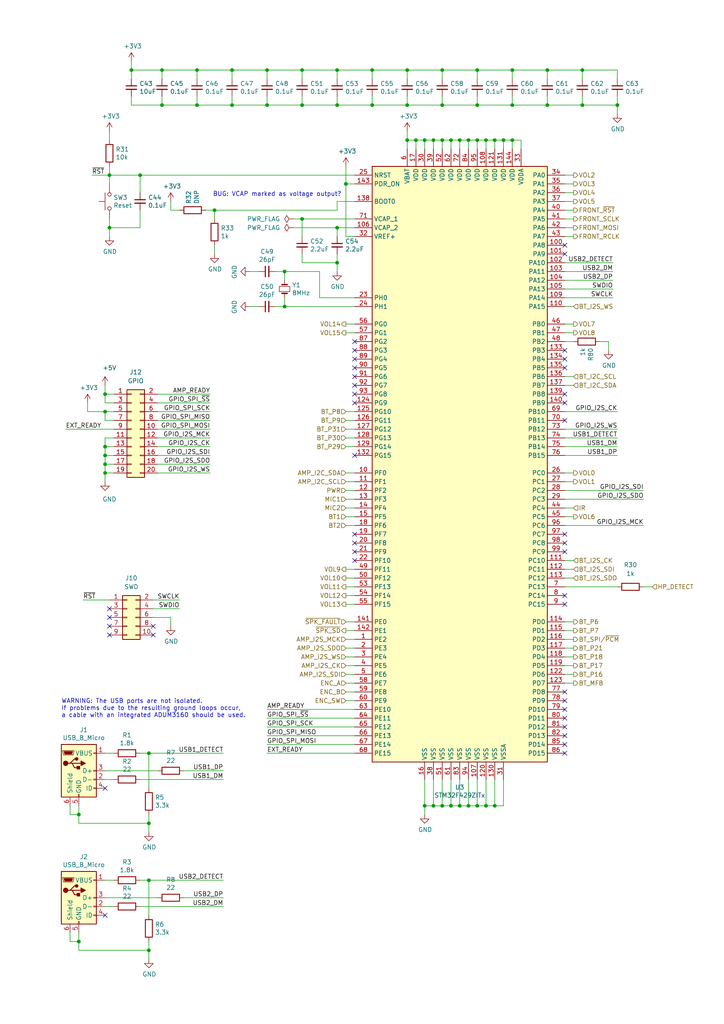
<source format=kicad_sch>
(kicad_sch (version 20201015) (generator eeschema)
  (paper "A4" portrait)
  (junction (at 22.86 236.22) (diameter 0.9144))
  (junction (at 22.86 273.05) (diameter 0.9144))
  (junction (at 30.48 114.3) (diameter 0.9144))
  (junction (at 30.48 119.38) (diameter 0.9144))
  (junction (at 30.48 129.54) (diameter 0.9144))
  (junction (at 30.48 132.08) (diameter 0.9144))
  (junction (at 30.48 134.62) (diameter 0.9144))
  (junction (at 30.48 137.16) (diameter 0.9144))
  (junction (at 31.75 50.8) (diameter 0.9144))
  (junction (at 31.75 66.04) (diameter 0.9144))
  (junction (at 38.1 20.32) (diameter 0.9144))
  (junction (at 40.64 50.8) (diameter 0.9144))
  (junction (at 43.18 218.44) (diameter 0.9144))
  (junction (at 43.18 238.76) (diameter 0.9144))
  (junction (at 43.18 255.27) (diameter 0.9144))
  (junction (at 43.18 275.59) (diameter 0.9144))
  (junction (at 46.99 20.32) (diameter 0.9144))
  (junction (at 46.99 30.48) (diameter 0.9144))
  (junction (at 57.15 20.32) (diameter 0.9144))
  (junction (at 57.15 30.48) (diameter 0.9144))
  (junction (at 62.23 60.96) (diameter 0.9144))
  (junction (at 67.31 20.32) (diameter 0.9144))
  (junction (at 67.31 30.48) (diameter 0.9144))
  (junction (at 77.47 20.32) (diameter 0.9144))
  (junction (at 77.47 30.48) (diameter 0.9144))
  (junction (at 82.55 78.74) (diameter 0.9144))
  (junction (at 82.55 88.9) (diameter 0.9144))
  (junction (at 87.63 20.32) (diameter 0.9144))
  (junction (at 87.63 30.48) (diameter 0.9144))
  (junction (at 87.63 63.5) (diameter 0.9144))
  (junction (at 97.79 20.32) (diameter 0.9144))
  (junction (at 97.79 30.48) (diameter 0.9144))
  (junction (at 97.79 66.04) (diameter 0.9144))
  (junction (at 97.79 76.2) (diameter 0.9144))
  (junction (at 100.33 53.34) (diameter 0.9144))
  (junction (at 107.95 20.32) (diameter 0.9144))
  (junction (at 107.95 30.48) (diameter 0.9144))
  (junction (at 118.11 20.32) (diameter 0.9144))
  (junction (at 118.11 30.48) (diameter 0.9144))
  (junction (at 118.11 40.64) (diameter 0.9144))
  (junction (at 120.65 40.64) (diameter 0.9144))
  (junction (at 123.19 40.64) (diameter 0.9144))
  (junction (at 123.19 233.68) (diameter 0.9144))
  (junction (at 125.73 40.64) (diameter 0.9144))
  (junction (at 125.73 233.68) (diameter 0.9144))
  (junction (at 128.27 20.32) (diameter 0.9144))
  (junction (at 128.27 30.48) (diameter 0.9144))
  (junction (at 128.27 40.64) (diameter 0.9144))
  (junction (at 128.27 233.68) (diameter 0.9144))
  (junction (at 130.81 40.64) (diameter 0.9144))
  (junction (at 130.81 233.68) (diameter 0.9144))
  (junction (at 133.35 40.64) (diameter 0.9144))
  (junction (at 133.35 233.68) (diameter 0.9144))
  (junction (at 135.89 40.64) (diameter 0.9144))
  (junction (at 135.89 233.68) (diameter 0.9144))
  (junction (at 138.43 20.32) (diameter 0.9144))
  (junction (at 138.43 30.48) (diameter 0.9144))
  (junction (at 138.43 40.64) (diameter 0.9144))
  (junction (at 138.43 233.68) (diameter 0.9144))
  (junction (at 140.97 40.64) (diameter 0.9144))
  (junction (at 140.97 233.68) (diameter 0.9144))
  (junction (at 143.51 40.64) (diameter 0.9144))
  (junction (at 143.51 233.68) (diameter 0.9144))
  (junction (at 146.05 40.64) (diameter 0.9144))
  (junction (at 148.59 20.32) (diameter 0.9144))
  (junction (at 148.59 30.48) (diameter 0.9144))
  (junction (at 148.59 40.64) (diameter 0.9144))
  (junction (at 158.75 20.32) (diameter 0.9144))
  (junction (at 158.75 30.48) (diameter 0.9144))
  (junction (at 168.91 20.32) (diameter 0.9144))
  (junction (at 168.91 30.48) (diameter 0.9144))
  (junction (at 179.07 30.48) (diameter 0.9144))
  (no_connect (at 30.48 228.6))
  (no_connect (at 30.48 265.43))
  (no_connect (at 31.75 176.53))
  (no_connect (at 31.75 179.07))
  (no_connect (at 31.75 181.61))
  (no_connect (at 31.75 184.15))
  (no_connect (at 44.45 181.61))
  (no_connect (at 44.45 184.15))
  (no_connect (at 102.87 99.06))
  (no_connect (at 102.87 101.6))
  (no_connect (at 102.87 104.14))
  (no_connect (at 102.87 106.68))
  (no_connect (at 102.87 109.22))
  (no_connect (at 102.87 111.76))
  (no_connect (at 102.87 114.3))
  (no_connect (at 102.87 116.84))
  (no_connect (at 102.87 132.08))
  (no_connect (at 102.87 154.94))
  (no_connect (at 102.87 157.48))
  (no_connect (at 102.87 160.02))
  (no_connect (at 102.87 162.56))
  (no_connect (at 163.83 71.12))
  (no_connect (at 163.83 73.66))
  (no_connect (at 163.83 101.6))
  (no_connect (at 163.83 104.14))
  (no_connect (at 163.83 106.68))
  (no_connect (at 163.83 114.3))
  (no_connect (at 163.83 116.84))
  (no_connect (at 163.83 121.92))
  (no_connect (at 163.83 154.94))
  (no_connect (at 163.83 157.48))
  (no_connect (at 163.83 160.02))
  (no_connect (at 163.83 172.72))
  (no_connect (at 163.83 175.26))
  (no_connect (at 163.83 200.66))
  (no_connect (at 163.83 203.2))
  (no_connect (at 163.83 205.74))
  (no_connect (at 163.83 208.28))
  (no_connect (at 163.83 210.82))
  (no_connect (at 163.83 213.36))
  (no_connect (at 163.83 215.9))
  (no_connect (at 163.83 218.44))
  (wire (pts (xy 19.05 124.46) (xy 33.02 124.46)))
  (wire (pts (xy 20.32 233.68) (xy 20.32 236.22)))
  (wire (pts (xy 20.32 270.51) (xy 20.32 273.05)))
  (wire (pts (xy 22.86 233.68) (xy 22.86 236.22)))
  (wire (pts (xy 22.86 236.22) (xy 20.32 236.22)))
  (wire (pts (xy 22.86 238.76) (xy 22.86 236.22)))
  (wire (pts (xy 22.86 238.76) (xy 43.18 238.76)))
  (wire (pts (xy 22.86 270.51) (xy 22.86 273.05)))
  (wire (pts (xy 22.86 273.05) (xy 20.32 273.05)))
  (wire (pts (xy 22.86 275.59) (xy 22.86 273.05)))
  (wire (pts (xy 22.86 275.59) (xy 43.18 275.59)))
  (wire (pts (xy 24.13 173.99) (xy 31.75 173.99)))
  (wire (pts (xy 25.4 116.84) (xy 25.4 119.38)))
  (wire (pts (xy 25.4 119.38) (xy 30.48 119.38)))
  (wire (pts (xy 26.67 50.8) (xy 31.75 50.8)))
  (wire (pts (xy 30.48 111.76) (xy 30.48 114.3)))
  (wire (pts (xy 30.48 114.3) (xy 33.02 114.3)))
  (wire (pts (xy 30.48 116.84) (xy 30.48 114.3)))
  (wire (pts (xy 30.48 119.38) (xy 30.48 121.92)))
  (wire (pts (xy 30.48 119.38) (xy 33.02 119.38)))
  (wire (pts (xy 30.48 127) (xy 33.02 127)))
  (wire (pts (xy 30.48 129.54) (xy 30.48 127)))
  (wire (pts (xy 30.48 129.54) (xy 33.02 129.54)))
  (wire (pts (xy 30.48 132.08) (xy 30.48 129.54)))
  (wire (pts (xy 30.48 132.08) (xy 33.02 132.08)))
  (wire (pts (xy 30.48 134.62) (xy 30.48 132.08)))
  (wire (pts (xy 30.48 134.62) (xy 33.02 134.62)))
  (wire (pts (xy 30.48 137.16) (xy 30.48 134.62)))
  (wire (pts (xy 30.48 137.16) (xy 33.02 137.16)))
  (wire (pts (xy 30.48 139.7) (xy 30.48 137.16)))
  (wire (pts (xy 30.48 226.06) (xy 33.02 226.06)))
  (wire (pts (xy 30.48 262.89) (xy 33.02 262.89)))
  (wire (pts (xy 31.75 38.1) (xy 31.75 40.64)))
  (wire (pts (xy 31.75 48.26) (xy 31.75 50.8)))
  (wire (pts (xy 31.75 50.8) (xy 31.75 53.34)))
  (wire (pts (xy 31.75 63.5) (xy 31.75 66.04)))
  (wire (pts (xy 31.75 66.04) (xy 40.64 66.04)))
  (wire (pts (xy 31.75 68.58) (xy 31.75 66.04)))
  (wire (pts (xy 33.02 116.84) (xy 30.48 116.84)))
  (wire (pts (xy 33.02 121.92) (xy 30.48 121.92)))
  (wire (pts (xy 33.02 218.44) (xy 30.48 218.44)))
  (wire (pts (xy 33.02 255.27) (xy 30.48 255.27)))
  (wire (pts (xy 38.1 20.32) (xy 38.1 17.78)))
  (wire (pts (xy 38.1 20.32) (xy 38.1 22.86)))
  (wire (pts (xy 38.1 30.48) (xy 38.1 27.94)))
  (wire (pts (xy 40.64 50.8) (xy 31.75 50.8)))
  (wire (pts (xy 40.64 50.8) (xy 102.87 50.8)))
  (wire (pts (xy 40.64 55.88) (xy 40.64 50.8)))
  (wire (pts (xy 40.64 66.04) (xy 40.64 60.96)))
  (wire (pts (xy 40.64 226.06) (xy 64.77 226.06)))
  (wire (pts (xy 40.64 262.89) (xy 64.77 262.89)))
  (wire (pts (xy 43.18 218.44) (xy 40.64 218.44)))
  (wire (pts (xy 43.18 228.6) (xy 43.18 218.44)))
  (wire (pts (xy 43.18 236.22) (xy 43.18 238.76)))
  (wire (pts (xy 43.18 238.76) (xy 43.18 241.3)))
  (wire (pts (xy 43.18 255.27) (xy 40.64 255.27)))
  (wire (pts (xy 43.18 265.43) (xy 43.18 255.27)))
  (wire (pts (xy 43.18 273.05) (xy 43.18 275.59)))
  (wire (pts (xy 43.18 275.59) (xy 43.18 278.13)))
  (wire (pts (xy 44.45 173.99) (xy 52.07 173.99)))
  (wire (pts (xy 44.45 176.53) (xy 52.07 176.53)))
  (wire (pts (xy 45.72 114.3) (xy 60.96 114.3)))
  (wire (pts (xy 45.72 116.84) (xy 60.96 116.84)))
  (wire (pts (xy 45.72 119.38) (xy 60.96 119.38)))
  (wire (pts (xy 45.72 121.92) (xy 60.96 121.92)))
  (wire (pts (xy 45.72 124.46) (xy 60.96 124.46)))
  (wire (pts (xy 45.72 127) (xy 60.96 127)))
  (wire (pts (xy 45.72 129.54) (xy 60.96 129.54)))
  (wire (pts (xy 45.72 132.08) (xy 60.96 132.08)))
  (wire (pts (xy 45.72 134.62) (xy 60.96 134.62)))
  (wire (pts (xy 45.72 137.16) (xy 60.96 137.16)))
  (wire (pts (xy 45.72 223.52) (xy 30.48 223.52)))
  (wire (pts (xy 45.72 260.35) (xy 30.48 260.35)))
  (wire (pts (xy 46.99 20.32) (xy 38.1 20.32)))
  (wire (pts (xy 46.99 20.32) (xy 46.99 22.86)))
  (wire (pts (xy 46.99 20.32) (xy 57.15 20.32)))
  (wire (pts (xy 46.99 30.48) (xy 38.1 30.48)))
  (wire (pts (xy 46.99 30.48) (xy 46.99 27.94)))
  (wire (pts (xy 49.53 60.96) (xy 49.53 58.42)))
  (wire (pts (xy 49.53 179.07) (xy 44.45 179.07)))
  (wire (pts (xy 49.53 181.61) (xy 49.53 179.07)))
  (wire (pts (xy 52.07 60.96) (xy 49.53 60.96)))
  (wire (pts (xy 53.34 223.52) (xy 64.77 223.52)))
  (wire (pts (xy 53.34 260.35) (xy 64.77 260.35)))
  (wire (pts (xy 57.15 20.32) (xy 57.15 22.86)))
  (wire (pts (xy 57.15 20.32) (xy 67.31 20.32)))
  (wire (pts (xy 57.15 27.94) (xy 57.15 30.48)))
  (wire (pts (xy 57.15 30.48) (xy 46.99 30.48)))
  (wire (pts (xy 62.23 60.96) (xy 59.69 60.96)))
  (wire (pts (xy 62.23 60.96) (xy 62.23 63.5)))
  (wire (pts (xy 62.23 71.12) (xy 62.23 73.66)))
  (wire (pts (xy 64.77 218.44) (xy 43.18 218.44)))
  (wire (pts (xy 64.77 255.27) (xy 43.18 255.27)))
  (wire (pts (xy 67.31 20.32) (xy 67.31 22.86)))
  (wire (pts (xy 67.31 20.32) (xy 77.47 20.32)))
  (wire (pts (xy 67.31 27.94) (xy 67.31 30.48)))
  (wire (pts (xy 67.31 30.48) (xy 57.15 30.48)))
  (wire (pts (xy 72.39 78.74) (xy 74.93 78.74)))
  (wire (pts (xy 72.39 88.9) (xy 74.93 88.9)))
  (wire (pts (xy 77.47 20.32) (xy 77.47 22.86)))
  (wire (pts (xy 77.47 20.32) (xy 87.63 20.32)))
  (wire (pts (xy 77.47 27.94) (xy 77.47 30.48)))
  (wire (pts (xy 77.47 30.48) (xy 67.31 30.48)))
  (wire (pts (xy 77.47 218.44) (xy 102.87 218.44)))
  (wire (pts (xy 80.01 78.74) (xy 82.55 78.74)))
  (wire (pts (xy 80.01 88.9) (xy 82.55 88.9)))
  (wire (pts (xy 82.55 78.74) (xy 82.55 81.28)))
  (wire (pts (xy 82.55 86.36) (xy 82.55 88.9)))
  (wire (pts (xy 82.55 88.9) (xy 102.87 88.9)))
  (wire (pts (xy 85.09 63.5) (xy 87.63 63.5)))
  (wire (pts (xy 85.09 66.04) (xy 97.79 66.04)))
  (wire (pts (xy 87.63 20.32) (xy 87.63 22.86)))
  (wire (pts (xy 87.63 20.32) (xy 97.79 20.32)))
  (wire (pts (xy 87.63 27.94) (xy 87.63 30.48)))
  (wire (pts (xy 87.63 30.48) (xy 77.47 30.48)))
  (wire (pts (xy 87.63 63.5) (xy 87.63 68.58)))
  (wire (pts (xy 87.63 76.2) (xy 87.63 73.66)))
  (wire (pts (xy 92.71 78.74) (xy 82.55 78.74)))
  (wire (pts (xy 92.71 86.36) (xy 92.71 78.74)))
  (wire (pts (xy 97.79 20.32) (xy 97.79 22.86)))
  (wire (pts (xy 97.79 20.32) (xy 107.95 20.32)))
  (wire (pts (xy 97.79 27.94) (xy 97.79 30.48)))
  (wire (pts (xy 97.79 30.48) (xy 87.63 30.48)))
  (wire (pts (xy 97.79 58.42) (xy 97.79 60.96)))
  (wire (pts (xy 97.79 60.96) (xy 62.23 60.96)))
  (wire (pts (xy 97.79 66.04) (xy 97.79 68.58)))
  (wire (pts (xy 97.79 73.66) (xy 97.79 76.2)))
  (wire (pts (xy 97.79 76.2) (xy 87.63 76.2)))
  (wire (pts (xy 97.79 76.2) (xy 97.79 78.74)))
  (wire (pts (xy 100.33 48.26) (xy 100.33 53.34)))
  (wire (pts (xy 100.33 53.34) (xy 100.33 68.58)))
  (wire (pts (xy 100.33 53.34) (xy 102.87 53.34)))
  (wire (pts (xy 100.33 68.58) (xy 102.87 68.58)))
  (wire (pts (xy 100.33 93.98) (xy 102.87 93.98)))
  (wire (pts (xy 100.33 96.52) (xy 102.87 96.52)))
  (wire (pts (xy 100.33 119.38) (xy 102.87 119.38)))
  (wire (pts (xy 100.33 121.92) (xy 102.87 121.92)))
  (wire (pts (xy 100.33 139.7) (xy 102.87 139.7)))
  (wire (pts (xy 100.33 165.1) (xy 102.87 165.1)))
  (wire (pts (xy 100.33 167.64) (xy 102.87 167.64)))
  (wire (pts (xy 100.33 170.18) (xy 102.87 170.18)))
  (wire (pts (xy 100.33 172.72) (xy 102.87 172.72)))
  (wire (pts (xy 100.33 175.26) (xy 102.87 175.26)))
  (wire (pts (xy 100.33 180.34) (xy 102.87 180.34)))
  (wire (pts (xy 100.33 182.88) (xy 102.87 182.88)))
  (wire (pts (xy 100.33 185.42) (xy 102.87 185.42)))
  (wire (pts (xy 100.33 190.5) (xy 102.87 190.5)))
  (wire (pts (xy 100.33 195.58) (xy 102.87 195.58)))
  (wire (pts (xy 102.87 58.42) (xy 97.79 58.42)))
  (wire (pts (xy 102.87 63.5) (xy 87.63 63.5)))
  (wire (pts (xy 102.87 66.04) (xy 97.79 66.04)))
  (wire (pts (xy 102.87 86.36) (xy 92.71 86.36)))
  (wire (pts (xy 102.87 124.46) (xy 100.33 124.46)))
  (wire (pts (xy 102.87 127) (xy 100.33 127)))
  (wire (pts (xy 102.87 129.54) (xy 100.33 129.54)))
  (wire (pts (xy 102.87 137.16) (xy 100.33 137.16)))
  (wire (pts (xy 102.87 142.24) (xy 100.33 142.24)))
  (wire (pts (xy 102.87 144.78) (xy 100.33 144.78)))
  (wire (pts (xy 102.87 147.32) (xy 100.33 147.32)))
  (wire (pts (xy 102.87 149.86) (xy 100.33 149.86)))
  (wire (pts (xy 102.87 152.4) (xy 100.33 152.4)))
  (wire (pts (xy 102.87 187.96) (xy 100.33 187.96)))
  (wire (pts (xy 102.87 193.04) (xy 100.33 193.04)))
  (wire (pts (xy 102.87 198.12) (xy 100.33 198.12)))
  (wire (pts (xy 102.87 200.66) (xy 100.33 200.66)))
  (wire (pts (xy 102.87 203.2) (xy 100.33 203.2)))
  (wire (pts (xy 102.87 205.74) (xy 77.47 205.74)))
  (wire (pts (xy 102.87 208.28) (xy 77.47 208.28)))
  (wire (pts (xy 102.87 210.82) (xy 77.47 210.82)))
  (wire (pts (xy 102.87 213.36) (xy 77.47 213.36)))
  (wire (pts (xy 102.87 215.9) (xy 77.47 215.9)))
  (wire (pts (xy 107.95 20.32) (xy 107.95 22.86)))
  (wire (pts (xy 107.95 20.32) (xy 118.11 20.32)))
  (wire (pts (xy 107.95 27.94) (xy 107.95 30.48)))
  (wire (pts (xy 107.95 30.48) (xy 97.79 30.48)))
  (wire (pts (xy 118.11 20.32) (xy 118.11 22.86)))
  (wire (pts (xy 118.11 20.32) (xy 128.27 20.32)))
  (wire (pts (xy 118.11 27.94) (xy 118.11 30.48)))
  (wire (pts (xy 118.11 30.48) (xy 107.95 30.48)))
  (wire (pts (xy 118.11 38.1) (xy 118.11 40.64)))
  (wire (pts (xy 118.11 40.64) (xy 118.11 43.18)))
  (wire (pts (xy 120.65 40.64) (xy 118.11 40.64)))
  (wire (pts (xy 120.65 43.18) (xy 120.65 40.64)))
  (wire (pts (xy 123.19 40.64) (xy 120.65 40.64)))
  (wire (pts (xy 123.19 43.18) (xy 123.19 40.64)))
  (wire (pts (xy 123.19 226.06) (xy 123.19 233.68)))
  (wire (pts (xy 123.19 233.68) (xy 123.19 236.22)))
  (wire (pts (xy 123.19 233.68) (xy 125.73 233.68)))
  (wire (pts (xy 125.73 40.64) (xy 123.19 40.64)))
  (wire (pts (xy 125.73 43.18) (xy 125.73 40.64)))
  (wire (pts (xy 125.73 226.06) (xy 125.73 233.68)))
  (wire (pts (xy 125.73 233.68) (xy 128.27 233.68)))
  (wire (pts (xy 128.27 20.32) (xy 128.27 22.86)))
  (wire (pts (xy 128.27 20.32) (xy 138.43 20.32)))
  (wire (pts (xy 128.27 27.94) (xy 128.27 30.48)))
  (wire (pts (xy 128.27 30.48) (xy 118.11 30.48)))
  (wire (pts (xy 128.27 40.64) (xy 125.73 40.64)))
  (wire (pts (xy 128.27 43.18) (xy 128.27 40.64)))
  (wire (pts (xy 128.27 226.06) (xy 128.27 233.68)))
  (wire (pts (xy 128.27 233.68) (xy 130.81 233.68)))
  (wire (pts (xy 130.81 40.64) (xy 128.27 40.64)))
  (wire (pts (xy 130.81 43.18) (xy 130.81 40.64)))
  (wire (pts (xy 130.81 226.06) (xy 130.81 233.68)))
  (wire (pts (xy 130.81 233.68) (xy 133.35 233.68)))
  (wire (pts (xy 133.35 40.64) (xy 130.81 40.64)))
  (wire (pts (xy 133.35 43.18) (xy 133.35 40.64)))
  (wire (pts (xy 133.35 226.06) (xy 133.35 233.68)))
  (wire (pts (xy 133.35 233.68) (xy 135.89 233.68)))
  (wire (pts (xy 135.89 40.64) (xy 133.35 40.64)))
  (wire (pts (xy 135.89 43.18) (xy 135.89 40.64)))
  (wire (pts (xy 135.89 226.06) (xy 135.89 233.68)))
  (wire (pts (xy 135.89 233.68) (xy 138.43 233.68)))
  (wire (pts (xy 138.43 20.32) (xy 138.43 22.86)))
  (wire (pts (xy 138.43 20.32) (xy 148.59 20.32)))
  (wire (pts (xy 138.43 27.94) (xy 138.43 30.48)))
  (wire (pts (xy 138.43 30.48) (xy 128.27 30.48)))
  (wire (pts (xy 138.43 40.64) (xy 135.89 40.64)))
  (wire (pts (xy 138.43 43.18) (xy 138.43 40.64)))
  (wire (pts (xy 138.43 226.06) (xy 138.43 233.68)))
  (wire (pts (xy 138.43 233.68) (xy 140.97 233.68)))
  (wire (pts (xy 140.97 40.64) (xy 138.43 40.64)))
  (wire (pts (xy 140.97 43.18) (xy 140.97 40.64)))
  (wire (pts (xy 140.97 233.68) (xy 140.97 226.06)))
  (wire (pts (xy 140.97 233.68) (xy 143.51 233.68)))
  (wire (pts (xy 143.51 40.64) (xy 140.97 40.64)))
  (wire (pts (xy 143.51 43.18) (xy 143.51 40.64)))
  (wire (pts (xy 143.51 226.06) (xy 143.51 233.68)))
  (wire (pts (xy 143.51 233.68) (xy 146.05 233.68)))
  (wire (pts (xy 146.05 40.64) (xy 143.51 40.64)))
  (wire (pts (xy 146.05 43.18) (xy 146.05 40.64)))
  (wire (pts (xy 146.05 233.68) (xy 146.05 226.06)))
  (wire (pts (xy 148.59 20.32) (xy 148.59 22.86)))
  (wire (pts (xy 148.59 20.32) (xy 158.75 20.32)))
  (wire (pts (xy 148.59 27.94) (xy 148.59 30.48)))
  (wire (pts (xy 148.59 30.48) (xy 138.43 30.48)))
  (wire (pts (xy 148.59 40.64) (xy 146.05 40.64)))
  (wire (pts (xy 148.59 43.18) (xy 148.59 40.64)))
  (wire (pts (xy 151.13 40.64) (xy 148.59 40.64)))
  (wire (pts (xy 151.13 43.18) (xy 151.13 40.64)))
  (wire (pts (xy 158.75 20.32) (xy 158.75 22.86)))
  (wire (pts (xy 158.75 20.32) (xy 168.91 20.32)))
  (wire (pts (xy 158.75 27.94) (xy 158.75 30.48)))
  (wire (pts (xy 158.75 30.48) (xy 148.59 30.48)))
  (wire (pts (xy 163.83 58.42) (xy 166.37 58.42)))
  (wire (pts (xy 163.83 83.82) (xy 177.8 83.82)))
  (wire (pts (xy 163.83 86.36) (xy 177.8 86.36)))
  (wire (pts (xy 163.83 93.98) (xy 166.37 93.98)))
  (wire (pts (xy 163.83 99.06) (xy 166.37 99.06)))
  (wire (pts (xy 163.83 111.76) (xy 166.37 111.76)))
  (wire (pts (xy 163.83 119.38) (xy 179.07 119.38)))
  (wire (pts (xy 163.83 124.46) (xy 179.07 124.46)))
  (wire (pts (xy 163.83 142.24) (xy 186.69 142.24)))
  (wire (pts (xy 163.83 144.78) (xy 186.69 144.78)))
  (wire (pts (xy 163.83 149.86) (xy 166.37 149.86)))
  (wire (pts (xy 163.83 152.4) (xy 186.69 152.4)))
  (wire (pts (xy 163.83 165.1) (xy 166.37 165.1)))
  (wire (pts (xy 163.83 187.96) (xy 166.37 187.96)))
  (wire (pts (xy 163.83 190.5) (xy 166.37 190.5)))
  (wire (pts (xy 163.83 193.04) (xy 166.37 193.04)))
  (wire (pts (xy 163.83 195.58) (xy 166.37 195.58)))
  (wire (pts (xy 163.83 198.12) (xy 166.37 198.12)))
  (wire (pts (xy 166.37 50.8) (xy 163.83 50.8)))
  (wire (pts (xy 166.37 53.34) (xy 163.83 53.34)))
  (wire (pts (xy 166.37 55.88) (xy 163.83 55.88)))
  (wire (pts (xy 166.37 60.96) (xy 163.83 60.96)))
  (wire (pts (xy 166.37 63.5) (xy 163.83 63.5)))
  (wire (pts (xy 166.37 66.04) (xy 163.83 66.04)))
  (wire (pts (xy 166.37 68.58) (xy 163.83 68.58)))
  (wire (pts (xy 166.37 88.9) (xy 163.83 88.9)))
  (wire (pts (xy 166.37 96.52) (xy 163.83 96.52)))
  (wire (pts (xy 166.37 109.22) (xy 163.83 109.22)))
  (wire (pts (xy 166.37 137.16) (xy 163.83 137.16)))
  (wire (pts (xy 166.37 139.7) (xy 163.83 139.7)))
  (wire (pts (xy 166.37 147.32) (xy 163.83 147.32)))
  (wire (pts (xy 166.37 162.56) (xy 163.83 162.56)))
  (wire (pts (xy 166.37 167.64) (xy 163.83 167.64)))
  (wire (pts (xy 166.37 180.34) (xy 163.83 180.34)))
  (wire (pts (xy 166.37 182.88) (xy 163.83 182.88)))
  (wire (pts (xy 166.37 185.42) (xy 163.83 185.42)))
  (wire (pts (xy 168.91 20.32) (xy 168.91 22.86)))
  (wire (pts (xy 168.91 20.32) (xy 179.07 20.32)))
  (wire (pts (xy 168.91 27.94) (xy 168.91 30.48)))
  (wire (pts (xy 168.91 30.48) (xy 158.75 30.48)))
  (wire (pts (xy 176.53 99.06) (xy 173.99 99.06)))
  (wire (pts (xy 176.53 101.6) (xy 176.53 99.06)))
  (wire (pts (xy 177.8 76.2) (xy 163.83 76.2)))
  (wire (pts (xy 177.8 78.74) (xy 163.83 78.74)))
  (wire (pts (xy 177.8 81.28) (xy 163.83 81.28)))
  (wire (pts (xy 179.07 20.32) (xy 179.07 22.86)))
  (wire (pts (xy 179.07 27.94) (xy 179.07 30.48)))
  (wire (pts (xy 179.07 30.48) (xy 168.91 30.48)))
  (wire (pts (xy 179.07 30.48) (xy 179.07 33.02)))
  (wire (pts (xy 179.07 127) (xy 163.83 127)))
  (wire (pts (xy 179.07 129.54) (xy 163.83 129.54)))
  (wire (pts (xy 179.07 132.08) (xy 163.83 132.08)))
  (wire (pts (xy 179.07 170.18) (xy 163.83 170.18)))
  (wire (pts (xy 189.23 170.18) (xy 186.69 170.18)))
  (text "WARNING: The USB ports are not isolated.\nIf problems due to the resulting ground loops occur,\na cable with an integrated ADUM3160 should be used." (at 17.78 208.28 0) (effects (font (size 1.27 1.27)) (justify left bottom)))
  (text "BUG: VCAP marked as voltage output?" (at 99.06 57.15 180) (effects (font (size 1.27 1.27)) (justify right bottom)))
  (label "EXT_READY" (at 19.05 124.46 0))
  (label "~RST" (at 24.13 173.99 0))
  (label "~RST" (at 26.67 50.8 0))
  (label "SWCLK" (at 52.07 173.99 180))
  (label "SWDIO" (at 52.07 176.53 180))
  (label "AMP_READY" (at 60.96 114.3 180))
  (label "GPIO_SPI_~SS" (at 60.96 116.84 180))
  (label "GPIO_SPI_SCK" (at 60.96 119.38 180))
  (label "GPIO_SPI_MISO" (at 60.96 121.92 180))
  (label "GPIO_SPI_MOSI" (at 60.96 124.46 180))
  (label "GPIO_I2S_MCK" (at 60.96 127 180))
  (label "GPIO_I2S_CK" (at 60.96 129.54 180))
  (label "GPIO_I2S_SDI" (at 60.96 132.08 180))
  (label "GPIO_I2S_SDO" (at 60.96 134.62 180))
  (label "GPIO_I2S_WS" (at 60.96 137.16 180))
  (label "USB1_DETECT" (at 64.77 218.44 180))
  (label "USB1_DP" (at 64.77 223.52 180))
  (label "USB1_DM" (at 64.77 226.06 180))
  (label "USB2_DETECT" (at 64.77 255.27 180))
  (label "USB2_DP" (at 64.77 260.35 180))
  (label "USB2_DM" (at 64.77 262.89 180))
  (label "AMP_READY" (at 77.47 205.74 0))
  (label "GPIO_SPI_~SS" (at 77.47 208.28 0))
  (label "GPIO_SPI_SCK" (at 77.47 210.82 0))
  (label "GPIO_SPI_MISO" (at 77.47 213.36 0))
  (label "GPIO_SPI_MOSI" (at 77.47 215.9 0))
  (label "EXT_READY" (at 77.47 218.44 0))
  (label "USB2_DETECT" (at 177.8 76.2 180))
  (label "USB2_DM" (at 177.8 78.74 180))
  (label "USB2_DP" (at 177.8 81.28 180))
  (label "SWDIO" (at 177.8 83.82 180))
  (label "SWCLK" (at 177.8 86.36 180))
  (label "GPIO_I2S_CK" (at 179.07 119.38 180))
  (label "GPIO_I2S_WS" (at 179.07 124.46 180))
  (label "USB1_DETECT" (at 179.07 127 180))
  (label "USB1_DM" (at 179.07 129.54 180))
  (label "USB1_DP" (at 179.07 132.08 180))
  (label "GPIO_I2S_SDI" (at 186.69 142.24 180))
  (label "GPIO_I2S_SDO" (at 186.69 144.78 180))
  (label "GPIO_I2S_MCK" (at 186.69 152.4 180))
  (hierarchical_label "VOL14" (shape output) (at 100.33 93.98 180))
  (hierarchical_label "VOL15" (shape output) (at 100.33 96.52 180))
  (hierarchical_label "BT_P8" (shape input) (at 100.33 119.38 180))
  (hierarchical_label "BT_P9" (shape input) (at 100.33 121.92 180))
  (hierarchical_label "BT_P31" (shape input) (at 100.33 124.46 180))
  (hierarchical_label "BT_P30" (shape input) (at 100.33 127 180))
  (hierarchical_label "BT_P29" (shape input) (at 100.33 129.54 180))
  (hierarchical_label "AMP_I2C_SDA" (shape input) (at 100.33 137.16 180))
  (hierarchical_label "AMP_I2C_SCL" (shape input) (at 100.33 139.7 180))
  (hierarchical_label "PWR" (shape input) (at 100.33 142.24 180))
  (hierarchical_label "MIC1" (shape input) (at 100.33 144.78 180))
  (hierarchical_label "MIC2" (shape input) (at 100.33 147.32 180))
  (hierarchical_label "BT1" (shape input) (at 100.33 149.86 180))
  (hierarchical_label "BT2" (shape input) (at 100.33 152.4 180))
  (hierarchical_label "VOL9" (shape output) (at 100.33 165.1 180))
  (hierarchical_label "VOL10" (shape output) (at 100.33 167.64 180))
  (hierarchical_label "VOL11" (shape output) (at 100.33 170.18 180))
  (hierarchical_label "VOL12" (shape output) (at 100.33 172.72 180))
  (hierarchical_label "VOL13" (shape output) (at 100.33 175.26 180))
  (hierarchical_label "~SPK_FAULT" (shape input) (at 100.33 180.34 180))
  (hierarchical_label "~SPK_SD" (shape output) (at 100.33 182.88 180))
  (hierarchical_label "AMP_I2S_MCK" (shape input) (at 100.33 185.42 180))
  (hierarchical_label "AMP_I2S_SDO" (shape input) (at 100.33 187.96 180))
  (hierarchical_label "AMP_I2S_WS" (shape input) (at 100.33 190.5 180))
  (hierarchical_label "AMP_I2S_CK" (shape input) (at 100.33 193.04 180))
  (hierarchical_label "AMP_I2S_SDI" (shape input) (at 100.33 195.58 180))
  (hierarchical_label "ENC_A" (shape input) (at 100.33 198.12 180))
  (hierarchical_label "ENC_B" (shape input) (at 100.33 200.66 180))
  (hierarchical_label "ENC_SW" (shape input) (at 100.33 203.2 180))
  (hierarchical_label "VOL2" (shape output) (at 166.37 50.8 0))
  (hierarchical_label "VOL3" (shape output) (at 166.37 53.34 0))
  (hierarchical_label "VOL4" (shape output) (at 166.37 55.88 0))
  (hierarchical_label "VOL5" (shape output) (at 166.37 58.42 0))
  (hierarchical_label "FRONT_~RST" (shape output) (at 166.37 60.96 0))
  (hierarchical_label "FRONT_SCLK" (shape output) (at 166.37 63.5 0))
  (hierarchical_label "FRONT_MOSI" (shape output) (at 166.37 66.04 0))
  (hierarchical_label "FRONT_RCLK" (shape output) (at 166.37 68.58 0))
  (hierarchical_label "BT_I2S_WS" (shape input) (at 166.37 88.9 0))
  (hierarchical_label "VOL7" (shape output) (at 166.37 93.98 0))
  (hierarchical_label "VOL8" (shape output) (at 166.37 96.52 0))
  (hierarchical_label "BT_I2C_SCL" (shape input) (at 166.37 109.22 0))
  (hierarchical_label "BT_I2C_SDA" (shape input) (at 166.37 111.76 0))
  (hierarchical_label "VOL0" (shape output) (at 166.37 137.16 0))
  (hierarchical_label "VOL1" (shape output) (at 166.37 139.7 0))
  (hierarchical_label "IR" (shape input) (at 166.37 147.32 0))
  (hierarchical_label "VOL6" (shape output) (at 166.37 149.86 0))
  (hierarchical_label "BT_I2S_CK" (shape input) (at 166.37 162.56 0))
  (hierarchical_label "BT_I2S_SDI" (shape input) (at 166.37 165.1 0))
  (hierarchical_label "BT_I2S_SDO" (shape input) (at 166.37 167.64 0))
  (hierarchical_label "BT_P6" (shape output) (at 166.37 180.34 0))
  (hierarchical_label "BT_P7" (shape output) (at 166.37 182.88 0))
  (hierarchical_label "BT_SPI{slash}~PCM" (shape output) (at 166.37 185.42 0))
  (hierarchical_label "BT_P21" (shape output) (at 166.37 187.96 0))
  (hierarchical_label "BT_P18" (shape output) (at 166.37 190.5 0))
  (hierarchical_label "BT_P17" (shape output) (at 166.37 193.04 0))
  (hierarchical_label "BT_P16" (shape output) (at 166.37 195.58 0))
  (hierarchical_label "BT_MFB" (shape output) (at 166.37 198.12 0))
  (hierarchical_label "HP_DETECT" (shape input) (at 189.23 170.18 0))
  (symbol (lib_id "power:PWR_FLAG") (at 85.09 63.5 90) (unit 1)
    (property "Reference" "#FLG0102" (effects hide))
    (property "Value" "PWR_FLAG" (at 81.28 63.5 90) (effects (justify left)))
  )
  (symbol (lib_id "power:PWR_FLAG") (at 85.09 66.04 90) (unit 1)
    (property "Reference" "#FLG0105" (effects hide))
    (property "Value" "PWR_FLAG" (at 81.28 66.04 90) (effects (justify left)))
  )
  (symbol (lib_id "power:+3.3V") (at 25.4 116.84 0) (unit 1)
    (property "Reference" "#PWR0232" (effects hide))
    (property "Value" "+3.3V" (at 25.781 112.4458 0))
  )
  (symbol (lib_id "power:+5V") (at 30.48 111.76 0) (unit 1)
    (property "Reference" "#PWR0231" (effects hide))
    (property "Value" "+5V" (at 31.75 106.68 0))
  )
  (symbol (lib_id "power:+3.3V") (at 31.75 38.1 0) (unit 1)
    (property "Reference" "#PWR0170" (effects hide))
    (property "Value" "+3.3V" (at 32.131 33.7058 0))
  )
  (symbol (lib_id "power:+3.3V") (at 38.1 17.78 0) (unit 1)
    (property "Reference" "#PWR0169" (effects hide))
    (property "Value" "+3.3V" (at 38.481 13.3858 0))
  )
  (symbol (lib_id "power:+3.3V") (at 49.53 58.42 0) (unit 1)
    (property "Reference" "#PWR0171" (effects hide))
    (property "Value" "+3.3V" (at 49.911 54.0258 0))
  )
  (symbol (lib_id "power:+3.3V") (at 100.33 48.26 0) (unit 1)
    (property "Reference" "#PWR0166" (effects hide))
    (property "Value" "+3.3V" (at 100.711 43.8658 0))
  )
  (symbol (lib_id "power:+3.3V") (at 118.11 38.1 0) (unit 1)
    (property "Reference" "#PWR0102" (effects hide))
    (property "Value" "+3.3V" (at 118.491 33.7058 0))
  )
  (symbol (lib_id "power:GND") (at 30.48 139.7 0) (unit 1)
    (property "Reference" "#PWR0230" (effects hide))
    (property "Value" "GND" (at 31.75 144.78 0))
  )
  (symbol (lib_id "power:GND") (at 31.75 68.58 0) (unit 1)
    (property "Reference" "#PWR0172" (effects hide))
    (property "Value" "GND" (at 31.877 72.9742 0))
  )
  (symbol (lib_id "power:GND") (at 43.18 241.3 0) (unit 1)
    (property "Reference" "#PWR0104" (effects hide))
    (property "Value" "GND" (at 43.307 245.6942 0))
  )
  (symbol (lib_id "power:GND") (at 43.18 278.13 0) (unit 1)
    (property "Reference" "#PWR0106" (effects hide))
    (property "Value" "GND" (at 43.307 282.5242 0))
  )
  (symbol (lib_id "power:GND") (at 49.53 181.61 0) (unit 1)
    (property "Reference" "#PWR0173" (effects hide))
    (property "Value" "GND" (at 49.657 186.0042 0))
  )
  (symbol (lib_id "power:GND") (at 62.23 73.66 0) (unit 1)
    (property "Reference" "#PWR0167" (effects hide))
    (property "Value" "GND" (at 62.357 78.0542 0))
  )
  (symbol (lib_id "power:GND") (at 72.39 78.74 270) (unit 1)
    (property "Reference" "#PWR0164" (effects hide))
    (property "Value" "GND" (at 67.9958 78.867 0))
  )
  (symbol (lib_id "power:GND") (at 72.39 88.9 270) (unit 1)
    (property "Reference" "#PWR0165" (effects hide))
    (property "Value" "GND" (at 67.9958 89.027 0))
  )
  (symbol (lib_id "power:GND") (at 97.79 78.74 0) (unit 1)
    (property "Reference" "#PWR0163" (effects hide))
    (property "Value" "GND" (at 97.917 83.1342 0))
  )
  (symbol (lib_id "power:GND") (at 123.19 236.22 0) (unit 1)
    (property "Reference" "#PWR0101" (effects hide))
    (property "Value" "GND" (at 123.317 240.6142 0))
  )
  (symbol (lib_id "power:GND") (at 176.53 101.6 0) (unit 1)
    (property "Reference" "#PWR0233" (effects hide))
    (property "Value" "GND" (at 176.657 105.9942 0))
  )
  (symbol (lib_id "power:GND") (at 179.07 33.02 0) (unit 1)
    (property "Reference" "#PWR0168" (effects hide))
    (property "Value" "GND" (at 179.197 37.4142 0))
  )
  (symbol (lib_id "Device:Crystal_Small") (at 82.55 83.82 90) (unit 1)
    (property "Reference" "Y1" (at 84.7091 82.6706 90) (effects (justify right)))
    (property "Value" "8MHz" (at 84.709 84.969 90) (effects (justify right)))
    (property "Footprint" "Crystal:Crystal_SMD_HC49-SD" (effects hide))
    (property "Mouser" "774-ATS080BSM-1" (effects hide))
    (property "Part Name" "CTS ATS080BSM-1" (effects hide))
  )
  (symbol (lib_id "Device:R") (at 31.75 44.45 0) (unit 1)
    (property "Reference" "R31" (at 33.5281 43.3006 0) (effects (justify left)))
    (property "Value" "10k" (at 33.528 45.599 0) (effects (justify left)))
    (property "Footprint" "Resistor_SMD:R_0603_1608Metric" (effects hide))
    (property "Mouser" "652-CR0603FX-1002ELF" (effects hide))
    (property "Part Name" "Bourns CR0603-FX-1002ELF" (effects hide))
  )
  (symbol (lib_id "Device:R") (at 36.83 218.44 270) (unit 1)
    (property "Reference" "R1" (at 36.83 213.1822 90))
    (property "Value" "1.8k" (at 36.83 215.4936 90))
    (property "Footprint" "Resistor_SMD:R_0603_1608Metric" (effects hide))
  )
  (symbol (lib_id "Device:R") (at 36.83 226.06 270) (unit 1)
    (property "Reference" "R2" (at 36.83 220.8022 90))
    (property "Value" "22" (at 36.83 223.1136 90))
    (property "Footprint" "Resistor_SMD:R_0603_1608Metric" (effects hide))
  )
  (symbol (lib_id "Device:R") (at 36.83 255.27 270) (unit 1)
    (property "Reference" "R3" (at 36.83 250.0122 90))
    (property "Value" "1.8k" (at 36.83 252.3236 90))
    (property "Footprint" "Resistor_SMD:R_0603_1608Metric" (effects hide))
  )
  (symbol (lib_id "Device:R") (at 36.83 262.89 270) (unit 1)
    (property "Reference" "R4" (at 36.83 257.6322 90))
    (property "Value" "22" (at 36.83 259.9436 90))
    (property "Footprint" "Resistor_SMD:R_0603_1608Metric" (effects hide))
  )
  (symbol (lib_id "Device:R") (at 43.18 232.41 0) (unit 1)
    (property "Reference" "R5" (at 44.958 231.2416 0) (effects (justify left)))
    (property "Value" "3.3k" (at 44.958 233.553 0) (effects (justify left)))
    (property "Footprint" "Resistor_SMD:R_0603_1608Metric" (effects hide))
  )
  (symbol (lib_id "Device:R") (at 43.18 269.24 0) (unit 1)
    (property "Reference" "R6" (at 44.958 268.0716 0) (effects (justify left)))
    (property "Value" "3.3k" (at 44.958 270.383 0) (effects (justify left)))
    (property "Footprint" "Resistor_SMD:R_0603_1608Metric" (effects hide))
  )
  (symbol (lib_id "Device:R") (at 49.53 223.52 270) (unit 1)
    (property "Reference" "R7" (at 49.53 218.2622 90))
    (property "Value" "22" (at 49.53 220.5736 90))
    (property "Footprint" "Resistor_SMD:R_0603_1608Metric" (effects hide))
  )
  (symbol (lib_id "Device:R") (at 49.53 260.35 270) (unit 1)
    (property "Reference" "R8" (at 49.53 255.0922 90))
    (property "Value" "22" (at 49.53 257.4036 90))
    (property "Footprint" "Resistor_SMD:R_0603_1608Metric" (effects hide))
  )
  (symbol (lib_id "Device:R") (at 55.88 60.96 90) (unit 1)
    (property "Reference" "R32" (at 54.7306 59.1819 0) (effects (justify left)))
    (property "Value" "DNP" (at 57.029 59.182 0) (effects (justify left)))
    (property "Footprint" "Resistor_SMD:R_0603_1608Metric" (effects hide))
  )
  (symbol (lib_id "Device:R") (at 62.23 67.31 0) (unit 1)
    (property "Reference" "R33" (at 64.0081 66.1606 0) (effects (justify left)))
    (property "Value" "1k" (at 64.008 68.459 0) (effects (justify left)))
    (property "Footprint" "Resistor_SMD:R_0603_1608Metric" (effects hide))
    (property "Mouser" "652-CR0603FX-1001ELF" (effects hide))
    (property "Part Name" "Bourns CR0603-FX-1001ELF" (effects hide))
  )
  (symbol (lib_id "Device:R") (at 170.18 99.06 270) (unit 1)
    (property "Reference" "R80" (at 171.3294 100.8381 0) (effects (justify left)))
    (property "Value" "1k" (at 169.031 100.838 0) (effects (justify left)))
    (property "Footprint" "Resistor_SMD:R_0603_1608Metric" (effects hide))
    (property "Mouser" "652-CR0603FX-1001ELF" (effects hide))
    (property "Part Name" "Bourns CR0603-FX-1001ELF" (effects hide))
  )
  (symbol (lib_id "Device:R") (at 182.88 170.18 270) (mirror x) (unit 1)
    (property "Reference" "R30" (at 182.88 163.83 90))
    (property "Value" "1k" (at 182.88 166.37 90))
    (property "Footprint" "Resistor_SMD:R_0603_1608Metric" (effects hide))
    (property "Mouser" "652-CR0603FX-1001ELF" (effects hide))
    (property "Part Name" "Bourns CR0603-FX-1001ELF" (effects hide))
  )
  (symbol (lib_id "Device:C_Small") (at 38.1 25.4 0) (unit 1)
    (property "Reference" "C43" (at 40.4242 24.2506 0) (effects (justify left)))
    (property "Value" "10uF" (at 40.424 26.549 0) (effects (justify left)))
    (property "Footprint" "Capacitor_SMD:C_0805_2012Metric" (effects hide))
    (property "Mouser" "963-LMK212F106ZG-T" (effects hide))
    (property "Part Name" "Taiyo Yuden LMK212F106ZG-T" (effects hide))
  )
  (symbol (lib_id "Device:C_Small") (at 40.64 58.42 0) (unit 1)
    (property "Reference" "C44" (at 42.9642 57.2706 0) (effects (justify left)))
    (property "Value" "0.1uF" (at 42.964 59.5696 0) (effects (justify left)))
    (property "Footprint" "Capacitor_SMD:C_0603_1608Metric" (effects hide))
    (property "Mouser" "581-06033C104KAT4A" (effects hide))
    (property "Part Name" "AVX 06033C104KAT4A" (effects hide))
  )
  (symbol (lib_id "Device:C_Small") (at 46.99 25.4 0) (unit 1)
    (property "Reference" "C45" (at 49.3142 24.2506 0) (effects (justify left)))
    (property "Value" "0.1uF" (at 49.314 26.5496 0) (effects (justify left)))
    (property "Footprint" "Capacitor_SMD:C_0603_1608Metric" (effects hide))
    (property "Mouser" "581-06033C104KAT4A" (effects hide))
    (property "Part Name" "AVX 06033C104KAT4A" (effects hide))
  )
  (symbol (lib_id "Device:C_Small") (at 57.15 25.4 0) (unit 1)
    (property "Reference" "C46" (at 59.4742 24.2506 0) (effects (justify left)))
    (property "Value" "0.1uF" (at 59.474 26.5496 0) (effects (justify left)))
    (property "Footprint" "Capacitor_SMD:C_0603_1608Metric" (effects hide))
    (property "Mouser" "581-06033C104KAT4A" (effects hide))
    (property "Part Name" "AVX 06033C104KAT4A" (effects hide))
  )
  (symbol (lib_id "Device:C_Small") (at 67.31 25.4 0) (unit 1)
    (property "Reference" "C47" (at 69.6342 24.2506 0) (effects (justify left)))
    (property "Value" "0.1uF" (at 69.634 26.5496 0) (effects (justify left)))
    (property "Footprint" "Capacitor_SMD:C_0603_1608Metric" (effects hide))
    (property "Mouser" "581-06033C104KAT4A" (effects hide))
    (property "Part Name" "AVX 06033C104KAT4A" (effects hide))
  )
  (symbol (lib_id "Device:C_Small") (at 77.47 25.4 0) (unit 1)
    (property "Reference" "C48" (at 79.7942 24.2506 0) (effects (justify left)))
    (property "Value" "0.1uF" (at 79.794 26.5496 0) (effects (justify left)))
    (property "Footprint" "Capacitor_SMD:C_0603_1608Metric" (effects hide))
    (property "Mouser" "581-06033C104KAT4A" (effects hide))
    (property "Part Name" "AVX 06033C104KAT4A" (effects hide))
  )
  (symbol (lib_id "Device:C_Small") (at 77.47 78.74 90) (unit 1)
    (property "Reference" "C49" (at 77.47 72.9677 90))
    (property "Value" "26pF" (at 77.47 75.266 90))
    (property "Footprint" "Capacitor_SMD:C_0603_1608Metric" (effects hide))
    (property "Mouser" "581-06035A270J" (effects hide))
    (property "Part Name" "AVX 06035A270JAT2A" (effects hide))
  )
  (symbol (lib_id "Device:C_Small") (at 77.47 88.9 90) (unit 1)
    (property "Reference" "C50" (at 77.47 83.1277 90))
    (property "Value" "26pF" (at 77.47 85.426 90))
    (property "Footprint" "Capacitor_SMD:C_0603_1608Metric" (effects hide))
    (property "Mouser" "581-06035A270J" (effects hide))
    (property "Part Name" "AVX 06035A270JAT2A" (effects hide))
  )
  (symbol (lib_id "Device:C_Small") (at 87.63 25.4 0) (unit 1)
    (property "Reference" "C51" (at 89.9542 24.2506 0) (effects (justify left)))
    (property "Value" "0.1uF" (at 89.954 26.5496 0) (effects (justify left)))
    (property "Footprint" "Capacitor_SMD:C_0603_1608Metric" (effects hide))
    (property "Mouser" "581-06033C104KAT4A" (effects hide))
    (property "Part Name" "AVX 06033C104KAT4A" (effects hide))
  )
  (symbol (lib_id "Device:C_Small") (at 87.63 71.12 0) (unit 1)
    (property "Reference" "C52" (at 89.9542 69.9706 0) (effects (justify left)))
    (property "Value" "2.2uF" (at 89.954 72.269 0) (effects (justify left)))
    (property "Footprint" "Capacitor_SMD:C_0603_1608Metric" (effects hide))
    (property "Mouser" "187-CL10A225KP8NNNC" (effects hide))
    (property "Part Name" "Samsung CL10A225KP8NNNC" (effects hide))
  )
  (symbol (lib_id "Device:C_Small") (at 97.79 25.4 0) (unit 1)
    (property "Reference" "C53" (at 100.1142 24.2506 0) (effects (justify left)))
    (property "Value" "0.1uF" (at 100.114 26.5496 0) (effects (justify left)))
    (property "Footprint" "Capacitor_SMD:C_0603_1608Metric" (effects hide))
    (property "Mouser" "581-06033C104KAT4A" (effects hide))
    (property "Part Name" "AVX 06033C104KAT4A" (effects hide))
  )
  (symbol (lib_id "Device:C_Small") (at 97.79 71.12 0) (unit 1)
    (property "Reference" "C54" (at 100.1142 69.9706 0) (effects (justify left)))
    (property "Value" "2.2uF" (at 100.114 72.269 0) (effects (justify left)))
    (property "Footprint" "Capacitor_SMD:C_0603_1608Metric" (effects hide))
    (property "Mouser" "187-CL10A225KP8NNNC" (effects hide))
    (property "Part Name" "Samsung CL10A225KP8NNNC" (effects hide))
  )
  (symbol (lib_id "Device:C_Small") (at 107.95 25.4 0) (unit 1)
    (property "Reference" "C55" (at 110.2742 24.2506 0) (effects (justify left)))
    (property "Value" "0.1uF" (at 110.274 26.5496 0) (effects (justify left)))
    (property "Footprint" "Capacitor_SMD:C_0603_1608Metric" (effects hide))
    (property "Mouser" "581-06033C104KAT4A" (effects hide))
    (property "Part Name" "AVX 06033C104KAT4A" (effects hide))
  )
  (symbol (lib_id "Device:C_Small") (at 118.11 25.4 0) (unit 1)
    (property "Reference" "C56" (at 120.4342 24.2506 0) (effects (justify left)))
    (property "Value" "0.1uF" (at 120.434 26.5496 0) (effects (justify left)))
    (property "Footprint" "Capacitor_SMD:C_0603_1608Metric" (effects hide))
    (property "Mouser" "581-06033C104KAT4A" (effects hide))
    (property "Part Name" "AVX 06033C104KAT4A" (effects hide))
  )
  (symbol (lib_id "Device:C_Small") (at 128.27 25.4 0) (unit 1)
    (property "Reference" "C58" (at 130.5942 24.2506 0) (effects (justify left)))
    (property "Value" "0.1uF" (at 130.594 26.5496 0) (effects (justify left)))
    (property "Footprint" "Capacitor_SMD:C_0603_1608Metric" (effects hide))
    (property "Mouser" "581-06033C104KAT4A" (effects hide))
    (property "Part Name" "AVX 06033C104KAT4A" (effects hide))
  )
  (symbol (lib_id "Device:C_Small") (at 138.43 25.4 0) (unit 1)
    (property "Reference" "C59" (at 140.7542 24.2506 0) (effects (justify left)))
    (property "Value" "0.1uF" (at 140.754 26.5496 0) (effects (justify left)))
    (property "Footprint" "Capacitor_SMD:C_0603_1608Metric" (effects hide))
    (property "Mouser" "581-06033C104KAT4A" (effects hide))
    (property "Part Name" "AVX 06033C104KAT4A" (effects hide))
  )
  (symbol (lib_id "Device:C_Small") (at 148.59 25.4 0) (unit 1)
    (property "Reference" "C60" (at 150.9142 24.2506 0) (effects (justify left)))
    (property "Value" "0.1uF" (at 150.914 26.5496 0) (effects (justify left)))
    (property "Footprint" "Capacitor_SMD:C_0603_1608Metric" (effects hide))
    (property "Mouser" "581-06033C104KAT4A" (effects hide))
    (property "Part Name" "AVX 06033C104KAT4A" (effects hide))
  )
  (symbol (lib_id "Device:C_Small") (at 158.75 25.4 0) (unit 1)
    (property "Reference" "C61" (at 161.0742 24.2506 0) (effects (justify left)))
    (property "Value" "0.1uF" (at 161.074 26.5496 0) (effects (justify left)))
    (property "Footprint" "Capacitor_SMD:C_0603_1608Metric" (effects hide))
    (property "Mouser" "581-06033C104KAT4A" (effects hide))
    (property "Part Name" "AVX 06033C104KAT4A" (effects hide))
  )
  (symbol (lib_id "Device:C_Small") (at 168.91 25.4 0) (unit 1)
    (property "Reference" "C62" (at 171.2342 24.2506 0) (effects (justify left)))
    (property "Value" "0.1uF" (at 171.234 26.5496 0) (effects (justify left)))
    (property "Footprint" "Capacitor_SMD:C_0603_1608Metric" (effects hide))
    (property "Mouser" "581-06033C104KAT4A" (effects hide))
    (property "Part Name" "AVX 06033C104KAT4A" (effects hide))
  )
  (symbol (lib_id "Device:C_Small") (at 179.07 25.4 0) (unit 1)
    (property "Reference" "C63" (at 181.3942 24.2506 0) (effects (justify left)))
    (property "Value" "0.1uF" (at 181.394 26.5496 0) (effects (justify left)))
    (property "Footprint" "Capacitor_SMD:C_0603_1608Metric" (effects hide))
    (property "Mouser" "581-06033C104KAT4A" (effects hide))
    (property "Part Name" "AVX 06033C104KAT4A" (effects hide))
  )
  (symbol (lib_id "Switch:SW_Push") (at 31.75 58.42 90) (unit 1)
    (property "Reference" "SW3" (at 32.8931 57.2706 90) (effects (justify right)))
    (property "Value" "Reset" (at 32.8931 59.5693 90) (effects (justify right)))
    (property "Footprint" "Button_Switch_THT:SW_PUSH_6mm_H4.3mm" (effects hide))
    (property "Mouser" "506-FSM4JSMA" (effects hide))
    (property "Part Name" "TE Connectivity FSM4JSMA" (effects hide))
  )
  (symbol (lib_id "Connector_Generic:Conn_02x05_Odd_Even") (at 36.83 179.07 0) (unit 1)
    (property "Reference" "J10" (at 38.1 167.64 0))
    (property "Value" "SWD" (at 38.1 170.18 0))
    (property "Footprint" "Connector_IDC:IDC-Header_2x05_P2.54mm_Vertical" (effects hide))
    (property "Mouser" "710-61201021621" (effects hide))
    (property "Part Name" "Wurth 61201021621" (effects hide))
  )
  (symbol (lib_id "Connector:USB_B_Micro") (at 22.86 223.52 0) (unit 1)
    (property "Reference" "J1" (at 24.3078 211.6582 0))
    (property "Value" "USB_B_Micro" (at 24.3078 213.9696 0))
    (property "Footprint" "Connector_USB:USB_Micro-B_Amphenol_10104110_Horizontal" (effects hide))
  )
  (symbol (lib_id "Connector:USB_B_Micro") (at 22.86 260.35 0) (unit 1)
    (property "Reference" "J2" (at 24.3078 248.4882 0))
    (property "Value" "USB_B_Micro" (at 24.3078 250.7996 0))
    (property "Footprint" "Connector_USB:USB_Micro-B_Amphenol_10104110_Horizontal" (effects hide))
  )
  (symbol (lib_id "Connector_Generic:Conn_02x10_Odd_Even") (at 38.1 124.46 0) (unit 1)
    (property "Reference" "J12" (at 39.37 107.95 0))
    (property "Value" "GPIO" (at 39.37 110.49 0))
    (property "Footprint" "Connector_PinHeader_2.54mm:PinHeader_2x10_P2.54mm_Vertical" (effects hide))
  )
  (symbol (lib_id "MCU_ST_STM32F4:STM32F429ZITx") (at 133.35 134.62 0) (unit 1)
    (property "Reference" "U3" (at 133.35 228.3206 0))
    (property "Value" "STM32F429ZITx" (at 133.35 230.632 0))
    (property "Footprint" "Package_QFP:LQFP-144_20x20mm_P0.5mm" (effects hide))
    (property "Datasheet" "http://www.st.com/st-web-ui/static/active/en/resource/technical/document/datasheet/DM00071990.pdf" (effects hide))
    (property "Mouser" "511-STM32F429ZIT6" (effects hide))
    (property "Part Name" "STMicroelectronics STM32F429ZIT6" (effects hide))
  )
)
</source>
